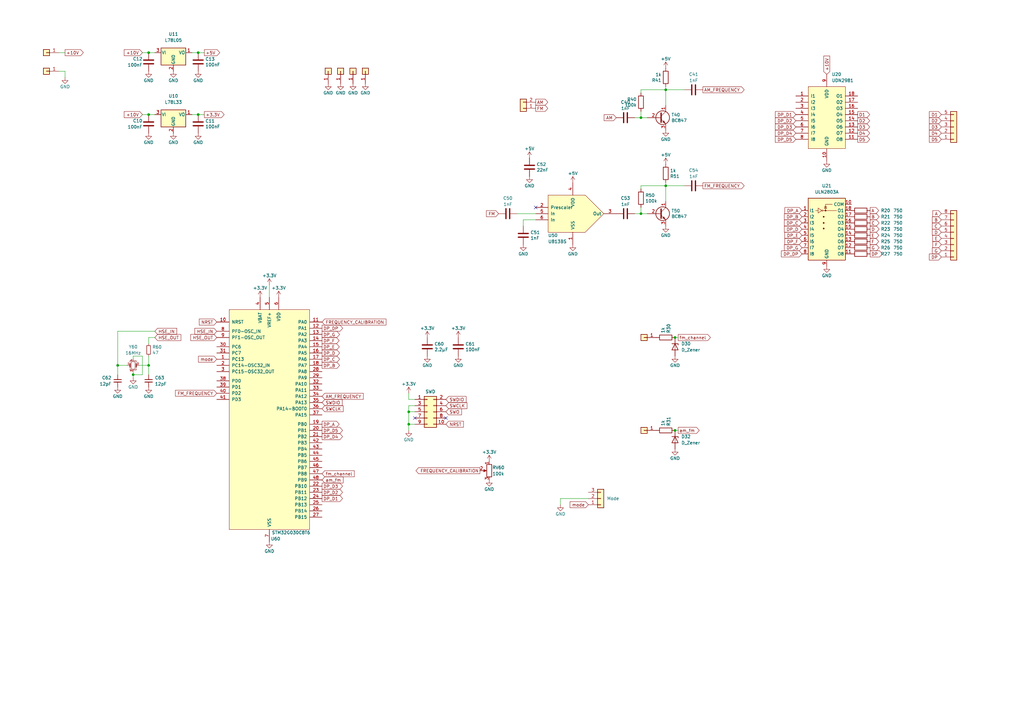
<source format=kicad_sch>
(kicad_sch (version 20211123) (generator eeschema)
  (paper "A3")
  (lib_symbols
    (symbol "Connector_Generic:Conn_01x01" (pin_names (offset 1.016) hide)
      (property "Reference" "J" (at 0 2.54 0))
      (property "Value" "Conn_01x01" (at 0 -2.54 0))
      (symbol "Conn_01x01_1_1"
        (pin passive line (at -5.08 0 0) (length 3.81) (name "Pin_1") (number "1"))
      )
    )
    (symbol "Connector_Generic:Conn_01x02" (pin_names (offset 1.016) hide)
      (property "Reference" "J" (at 0 2.54 0))
      (property "Value" "Conn_01x02" (at 0 -5.08 0))
      (symbol "Conn_01x02_1_1"
        (pin passive line (at -5.08 0 0) (length 3.81) (name "Pin_1") (number "1"))
        (pin passive line (at -5.08 -2.54 0) (length 3.81) (name "Pin_2") (number "2"))
      )
    )
    (symbol "Connector_Generic:Conn_01x03" (pin_names (offset 1.016) hide)
      (property "Reference" "J" (at 0 5.08 0))
      (property "Value" "Conn_01x03" (at 0 -5.08 0))
      (symbol "Conn_01x03_1_1"
        (pin passive line (at -5.08 2.54 0) (length 3.81) (name "Pin_1") (number "1"))
        (pin passive line (at -5.08 0 0) (length 3.81) (name "Pin_2") (number "2"))
        (pin passive line (at -5.08 -2.54 0) (length 3.81) (name "Pin_3") (number "3"))
      )
    )
    (symbol "Connector_Generic:Conn_01x05" (pin_names (offset 1.016) hide)
      (property "Reference" "J" (at 0 7.62 0))
      (property "Value" "Conn_01x05" (at 0 -7.62 0))
      (symbol "Conn_01x05_1_1"
        (pin passive line (at -5.08 5.08 0) (length 3.81) (name "Pin_1") (number "1"))
        (pin passive line (at -5.08 2.54 0) (length 3.81) (name "Pin_2") (number "2"))
        (pin passive line (at -5.08 0 0) (length 3.81) (name "Pin_3") (number "3"))
        (pin passive line (at -5.08 -2.54 0) (length 3.81) (name "Pin_4") (number "4"))
        (pin passive line (at -5.08 -5.08 0) (length 3.81) (name "Pin_5") (number "5"))
      )
    )
    (symbol "Connector_Generic:Conn_01x08" (pin_names (offset 1.016) hide)
      (property "Reference" "J" (at 0 10.16 0))
      (property "Value" "Conn_01x08" (at 0 -12.7 0))
      (symbol "Conn_01x08_1_1"
        (pin passive line (at -5.08 7.62 0) (length 3.81) (name "Pin_1") (number "1"))
        (pin passive line (at -5.08 5.08 0) (length 3.81) (name "Pin_2") (number "2"))
        (pin passive line (at -5.08 2.54 0) (length 3.81) (name "Pin_3") (number "3"))
        (pin passive line (at -5.08 0 0) (length 3.81) (name "Pin_4") (number "4"))
        (pin passive line (at -5.08 -2.54 0) (length 3.81) (name "Pin_5") (number "5"))
        (pin passive line (at -5.08 -5.08 0) (length 3.81) (name "Pin_6") (number "6"))
        (pin passive line (at -5.08 -7.62 0) (length 3.81) (name "Pin_7") (number "7"))
        (pin passive line (at -5.08 -10.16 0) (length 3.81) (name "Pin_8") (number "8"))
      )
    )
    (symbol "Connector_Generic:Conn_02x05_Odd_Even" (pin_names (offset 1.016) hide)
      (property "Reference" "J" (at 1.27 7.62 0))
      (property "Value" "Conn_02x05_Odd_Even" (at 1.27 -7.62 0))
      (symbol "Conn_02x05_Odd_Even_1_1"
        (pin passive line (at -5.08 5.08 0) (length 3.81) (name "Pin_1") (number "1"))
        (pin passive line (at 7.62 -5.08 180) (length 3.81) (name "Pin_10") (number "10"))
        (pin passive line (at 7.62 5.08 180) (length 3.81) (name "Pin_2") (number "2"))
        (pin passive line (at -5.08 2.54 0) (length 3.81) (name "Pin_3") (number "3"))
        (pin passive line (at 7.62 2.54 180) (length 3.81) (name "Pin_4") (number "4"))
        (pin passive line (at -5.08 0 0) (length 3.81) (name "Pin_5") (number "5"))
        (pin passive line (at 7.62 0 180) (length 3.81) (name "Pin_6") (number "6"))
        (pin passive line (at -5.08 -2.54 0) (length 3.81) (name "Pin_7") (number "7"))
        (pin passive line (at 7.62 -2.54 180) (length 3.81) (name "Pin_8") (number "8"))
        (pin passive line (at -5.08 -5.08 0) (length 3.81) (name "Pin_9") (number "9"))
      )
    )
    (symbol "Device:C" (pin_numbers hide) (pin_names (offset 0.254))
      (property "Reference" "C" (at 0.635 2.54 0))
      (property "Value" "C" (at 0.635 -2.54 0))
      (symbol "C_1_1"
        (pin passive line (at 0 3.81 270) (length 2.794) (name "~") (number "1"))
        (pin passive line (at 0 -3.81 90) (length 2.794) (name "~") (number "2"))
      )
    )
    (symbol "Device:C_Small" (pin_numbers hide) (pin_names (offset 0.254) hide)
      (property "Reference" "C" (at 0.254 1.778 0))
      (property "Value" "C_Small" (at 0.254 -2.032 0))
      (symbol "C_Small_1_1"
        (pin passive line (at 0 2.54 270) (length 2.032) (name "~") (number "1"))
        (pin passive line (at 0 -2.54 90) (length 2.032) (name "~") (number "2"))
      )
    )
    (symbol "Device:Crystal_GND24_Small" (pin_names (offset 1.016) hide)
      (property "Reference" "Y" (at 1.27 4.445 0))
      (property "Value" "Crystal_GND24_Small" (at 1.27 2.54 0))
      (symbol "Crystal_GND24_Small_1_1"
        (pin passive line (at -2.54 0 0) (length 1.27) (name "1") (number "1"))
        (pin passive line (at 0 -2.54 90) (length 0.635) (name "2") (number "2"))
        (pin passive line (at 2.54 0 180) (length 1.27) (name "3") (number "3"))
        (pin passive line (at 0 2.54 270) (length 0.635) (name "4") (number "4"))
      )
    )
    (symbol "Device:D_Zener" (pin_numbers hide) (pin_names (offset 1.016) hide)
      (property "Reference" "D" (at 0 2.54 0))
      (property "Value" "D_Zener" (at 0 -2.54 0))
      (symbol "D_Zener_1_1"
        (pin passive line (at -3.81 0 0) (length 2.54) (name "K") (number "1"))
        (pin passive line (at 3.81 0 180) (length 2.54) (name "A") (number "2"))
      )
    )
    (symbol "Device:R" (pin_numbers hide) (pin_names (offset 0))
      (property "Reference" "R" (at 2.032 0 90))
      (property "Value" "R" (at 0 0 90))
      (symbol "R_1_1"
        (pin passive line (at 0 3.81 270) (length 1.27) (name "~") (number "1"))
        (pin passive line (at 0 -3.81 90) (length 1.27) (name "~") (number "2"))
      )
    )
    (symbol "Device:R_Potentiometer" (pin_names (offset 1.016) hide)
      (property "Reference" "RV" (at -4.445 0 90))
      (property "Value" "R_Potentiometer" (at -2.54 0 90))
      (symbol "R_Potentiometer_1_1"
        (pin passive line (at 0 3.81 270) (length 1.27) (name "1") (number "1"))
        (pin passive line (at 3.81 0 180) (length 1.27) (name "2") (number "2"))
        (pin passive line (at 0 -3.81 90) (length 1.27) (name "3") (number "3"))
      )
    )
    (symbol "Device:R_Small" (pin_numbers hide) (pin_names (offset 0.254) hide)
      (property "Reference" "R" (at 0.762 0.508 0))
      (property "Value" "R_Small" (at 0.762 -1.016 0))
      (symbol "R_Small_1_1"
        (pin passive line (at 0 2.54 270) (length 0.762) (name "~") (number "1"))
        (pin passive line (at 0 -2.54 90) (length 0.762) (name "~") (number "2"))
      )
    )
    (symbol "Regulator_Linear:L78L05_TO92" (pin_names (offset 0.254))
      (property "Reference" "U" (at -3.81 3.175 0))
      (property "Value" "L78L05_TO92" (at 0 3.175 0))
      (symbol "L78L05_TO92_1_1"
        (pin power_out line (at 7.62 0 180) (length 2.54) (name "VO") (number "1"))
        (pin power_in line (at 0 -7.62 90) (length 2.54) (name "GND") (number "2"))
        (pin power_in line (at -7.62 0 0) (length 2.54) (name "VI") (number "3"))
      )
    )
    (symbol "Regulator_Linear:L78L33_TO92" (pin_names (offset 0.254))
      (property "Reference" "U" (at -3.81 3.175 0))
      (property "Value" "L78L33_TO92" (at 0 3.175 0))
      (symbol "L78L33_TO92_1_1"
        (pin power_out line (at 7.62 0 180) (length 2.54) (name "VO") (number "1"))
        (pin power_in line (at 0 -7.62 90) (length 2.54) (name "GND") (number "2"))
        (pin power_in line (at -7.62 0 0) (length 2.54) (name "VI") (number "3"))
      )
    )
    (symbol "Transistor_Array:ULN2803A"
      (property "Reference" "U" (at 0 13.335 0))
      (property "Value" "ULN2803A" (at 0 11.43 0))
      (symbol "ULN2803A_1_1"
        (pin input line (at -10.16 5.08 0) (length 2.54) (name "I1") (number "1"))
        (pin passive line (at 10.16 7.62 180) (length 2.54) (name "COM") (number "10"))
        (pin open_collector line (at 10.16 -12.7 180) (length 2.54) (name "O8") (number "11"))
        (pin open_collector line (at 10.16 -10.16 180) (length 2.54) (name "O7") (number "12"))
        (pin open_collector line (at 10.16 -7.62 180) (length 2.54) (name "O6") (number "13"))
        (pin open_collector line (at 10.16 -5.08 180) (length 2.54) (name "O5") (number "14"))
        (pin open_collector line (at 10.16 -2.54 180) (length 2.54) (name "O4") (number "15"))
        (pin open_collector line (at 10.16 0 180) (length 2.54) (name "O3") (number "16"))
        (pin open_collector line (at 10.16 2.54 180) (length 2.54) (name "O2") (number "17"))
        (pin open_collector line (at 10.16 5.08 180) (length 2.54) (name "O1") (number "18"))
        (pin input line (at -10.16 2.54 0) (length 2.54) (name "I2") (number "2"))
        (pin input line (at -10.16 0 0) (length 2.54) (name "I3") (number "3"))
        (pin input line (at -10.16 -2.54 0) (length 2.54) (name "I4") (number "4"))
        (pin input line (at -10.16 -5.08 0) (length 2.54) (name "I5") (number "5"))
        (pin input line (at -10.16 -7.62 0) (length 2.54) (name "I6") (number "6"))
        (pin input line (at -10.16 -10.16 0) (length 2.54) (name "I7") (number "7"))
        (pin input line (at -10.16 -12.7 0) (length 2.54) (name "I8") (number "8"))
        (pin power_in line (at 0 -17.78 90) (length 2.54) (name "GND") (number "9"))
      )
    )
    (symbol "Transistor_BJT:BC547" (pin_names (offset 0) hide)
      (property "Reference" "Q" (at 5.08 1.905 0))
      (property "Value" "BC547" (at 5.08 0 0))
      (symbol "BC547_1_1"
        (pin passive line (at 2.54 5.08 270) (length 2.54) (name "C") (number "1"))
        (pin input line (at -5.08 0 0) (length 5.08) (name "B") (number "2"))
        (pin passive line (at 2.54 -5.08 90) (length 2.54) (name "E") (number "3"))
      )
    )
    (symbol "Zaehler-Modul:STM32G030C8T6" (pin_names (offset 1.016))
      (property "Reference" "U" (at 52.07 -100.33 0))
      (property "Value" "STM32G030C8T6" (at 8.89 -92.71 0))
      (symbol "STM32G030C8T6_1_1"
        (pin input line (at -21.59 -20.32 0) (length 5.08) (name "PC13") (number "1"))
        (pin input line (at -21.59 -5.08 0) (length 5.08) (name "NRST") (number "10"))
        (pin input line (at 21.59 -5.08 180) (length 5.08) (name "PA0") (number "11"))
        (pin input line (at 21.59 -7.62 180) (length 5.08) (name "PA1") (number "12"))
        (pin input line (at 21.59 -10.16 180) (length 5.08) (name "PA2") (number "13"))
        (pin input line (at 21.59 -12.7 180) (length 5.08) (name "PA3") (number "14"))
        (pin input line (at 21.59 -15.24 180) (length 5.08) (name "PA4") (number "15"))
        (pin input line (at 21.59 -17.78 180) (length 5.08) (name "PA5") (number "16"))
        (pin input line (at 21.59 -20.32 180) (length 5.08) (name "PA6") (number "17"))
        (pin input line (at 21.59 -22.86 180) (length 5.08) (name "PA7") (number "18"))
        (pin input line (at 21.59 -46.99 180) (length 5.08) (name "PB0") (number "19"))
        (pin input line (at -21.59 -22.86 0) (length 5.08) (name "PC14-OSC32_IN") (number "2"))
        (pin input line (at 21.59 -49.53 180) (length 5.08) (name "PB1") (number "20"))
        (pin input line (at 21.59 -52.07 180) (length 5.08) (name "PB2") (number "21"))
        (pin input line (at 21.59 -72.39 180) (length 5.08) (name "PB10") (number "22"))
        (pin input line (at 21.59 -74.93 180) (length 5.08) (name "PB11") (number "23"))
        (pin input line (at 21.59 -77.47 180) (length 5.08) (name "PB12") (number "24"))
        (pin input line (at 21.59 -80.01 180) (length 5.08) (name "PB13") (number "25"))
        (pin input line (at 21.59 -82.55 180) (length 5.08) (name "PB14") (number "26"))
        (pin input line (at 21.59 -85.09 180) (length 5.08) (name "PB15") (number "27"))
        (pin input line (at 21.59 -25.4 180) (length 5.08) (name "PA8") (number "28"))
        (pin input line (at 21.59 -27.94 180) (length 5.08) (name "PA9") (number "29"))
        (pin input line (at -21.59 -25.4 0) (length 5.08) (name "PC15-OSC32_OUT") (number "3"))
        (pin input line (at -21.59 -15.24 0) (length 5.08) (name "PC6") (number "30"))
        (pin input line (at -21.59 -17.78 0) (length 5.08) (name "PC7") (number "31"))
        (pin input line (at 21.59 -30.48 180) (length 5.08) (name "PA10") (number "32"))
        (pin input line (at 21.59 -33.02 180) (length 5.08) (name "PA11") (number "33"))
        (pin input line (at 21.59 -35.56 180) (length 5.08) (name "PA12") (number "34"))
        (pin input line (at 21.59 -38.1 180) (length 5.08) (name "PA13") (number "35"))
        (pin input line (at 21.59 -40.64 180) (length 5.08) (name "PA14-BOOT0") (number "36"))
        (pin input line (at 21.59 -43.18 180) (length 5.08) (name "PA15") (number "37"))
        (pin input line (at -21.59 -29.21 0) (length 5.08) (name "PD0") (number "38"))
        (pin input line (at -21.59 -31.75 0) (length 5.08) (name "PD1") (number "39"))
        (pin input line (at -3.81 5.08 270) (length 5.08) (name "VBAT") (number "4"))
        (pin input line (at -21.59 -34.29 0) (length 5.08) (name "PD2") (number "40"))
        (pin input line (at -21.59 -36.83 0) (length 5.08) (name "PD3") (number "41"))
        (pin input line (at 21.59 -54.61 180) (length 5.08) (name "PB3") (number "42"))
        (pin input line (at 21.59 -57.15 180) (length 5.08) (name "PB4") (number "43"))
        (pin input line (at 21.59 -59.69 180) (length 5.08) (name "PB5") (number "44"))
        (pin input line (at 21.59 -62.23 180) (length 5.08) (name "PB6") (number "45"))
        (pin input line (at 21.59 -64.77 180) (length 5.08) (name "PB7") (number "46"))
        (pin input line (at 21.59 -67.31 180) (length 5.08) (name "PB8") (number "47"))
        (pin input line (at 21.59 -69.85 180) (length 5.08) (name "PB9") (number "48"))
        (pin input line (at 0 5.08 270) (length 5.08) (name "VREF+") (number "5"))
        (pin input line (at 3.81 5.08 270) (length 5.08) (name "VDD") (number "6"))
        (pin input line (at 0 -95.25 90) (length 5.08) (name "VSS") (number "7"))
        (pin input line (at -21.59 -8.89 0) (length 5.08) (name "PF0-OSC_IN") (number "8"))
        (pin input line (at -21.59 -11.43 0) (length 5.08) (name "PF1-OSC_OUT") (number "9"))
      )
    )
    (symbol "Zaehler-Modul:U813BS" (pin_names (offset 1.016))
      (property "Reference" "U" (at -6.35 12.7 0))
      (property "Value" "U813BS" (at -6.35 10.16 0))
      (symbol "U813BS_1_1"
        (pin power_in line (at 0 -12.7 90) (length 5.08) (name "VSS") (number "1"))
        (pin input line (at -15.24 2.54 0) (length 5.08) (name "Prescaler") (number "2"))
        (pin output line (at 17.78 0 180) (length 5.08) (name "Out") (number "3"))
        (pin power_in line (at 0 12.7 270) (length 5.08) (name "VDD") (number "4"))
        (pin input line (at -15.24 0 0) (length 5.08) (name "In") (number "5"))
        (pin input line (at -15.24 -2.54 0) (length 5.08) (name "In") (number "6"))
      )
    )
    (symbol "Zaehler-Modul:UDN2981" (pin_names (offset 1.016))
      (property "Reference" "U" (at 5.08 -3.81 0))
      (property "Value" "UDN2981" (at 5.08 -1.27 0))
      (symbol "UDN2981_1_1"
        (pin input line (at -12.7 21.59 0) (length 5.08) (name "I1") (number "1"))
        (pin input line (at 0 -5.08 90) (length 5.08) (name "GND") (number "10"))
        (pin output line (at 12.7 3.81 180) (length 5.08) (name "O8") (number "11"))
        (pin output line (at 12.7 6.35 180) (length 5.08) (name "O7") (number "12"))
        (pin output line (at 12.7 8.89 180) (length 5.08) (name "O6") (number "13"))
        (pin output line (at 12.7 11.43 180) (length 5.08) (name "O5") (number "14"))
        (pin output line (at 12.7 13.97 180) (length 5.08) (name "O4") (number "15"))
        (pin output line (at 12.7 16.51 180) (length 5.08) (name "O3") (number "16"))
        (pin output line (at 12.7 19.05 180) (length 5.08) (name "O2") (number "17"))
        (pin output line (at 12.7 21.59 180) (length 5.08) (name "O1") (number "18"))
        (pin input line (at -12.7 19.05 0) (length 5.08) (name "I2") (number "2"))
        (pin input line (at -12.7 16.51 0) (length 5.08) (name "I3") (number "3"))
        (pin input line (at -12.7 13.97 0) (length 5.08) (name "I4") (number "4"))
        (pin input line (at -12.7 11.43 0) (length 5.08) (name "I5") (number "5"))
        (pin input line (at -12.7 8.89 0) (length 5.08) (name "I6") (number "6"))
        (pin input line (at -12.7 6.35 0) (length 5.08) (name "I7") (number "7"))
        (pin input line (at -12.7 3.81 0) (length 5.08) (name "I8") (number "8"))
        (pin input line (at 0 30.48 270) (length 5.08) (name "VDD") (number "9"))
      )
    )
    (symbol "power:+3.3V" (power) (pin_names (offset 0))
      (property "Value" "+3.3V" (at 0 3.556 0))
      (symbol "+3.3V_1_1"
        (pin power_in line (at 0 0 90) (length 0) hide (name "+3.3V") (number "1"))
      )
    )
    (symbol "power:+5V" (power) (pin_names (offset 0))
      (property "Value" "+5V" (at 0 3.556 0))
      (symbol "+5V_1_1"
        (pin power_in line (at 0 0 90) (length 0) hide (name "+5V") (number "1"))
      )
    )
    (symbol "power:GND" (power) (pin_names (offset 0))
      (property "Value" "GND" (at 0 -3.81 0))
      (symbol "GND_1_1"
        (pin power_in line (at 0 0 270) (length 0) hide (name "GND") (number "1"))
      )
    )
  )
  (junction (at 167.64 173.99))
  (junction (at 81.28 21.59))
  (junction (at 60.96 46.99))
  (junction (at 276.86 176.53))
  (junction (at 81.28 46.99))
  (junction (at 60.96 149.86))
  (junction (at 60.96 21.59))
  (junction (at 54.61 153.67))
  (junction (at 276.86 138.43))
  (junction (at 262.89 87.63))
  (junction (at 262.89 48.26))
  (junction (at 273.05 76.2))
  (junction (at 167.64 168.91))
  (junction (at 273.05 36.83))
  (junction (at 48.26 149.86))
  (no_connect (at 182.88 171.45))
  (no_connect (at 170.18 171.45))
  (no_connect (at 219.71 85.09))
  (wire (pts (xy 81.28 46.99) (xy 83.82 46.99)))
  (wire (pts (xy 58.42 46.99) (xy 60.96 46.99)))
  (wire (pts (xy 273.05 76.2) (xy 262.89 76.2)))
  (wire (pts (xy 212.09 87.63) (xy 219.71 87.63)))
  (wire (pts (xy 48.26 135.89) (xy 48.26 149.86)))
  (wire (pts (xy 170.18 166.37) (xy 167.64 166.37)))
  (wire (pts (xy 54.61 146.05) (xy 58.42 146.05)))
  (wire (pts (xy 78.74 21.59) (xy 81.28 21.59)))
  (wire (pts (xy 60.96 153.67) (xy 60.96 149.86)))
  (wire (pts (xy 214.63 90.17) (xy 214.63 92.71)))
  (wire (pts (xy 262.89 85.09) (xy 262.89 87.63)))
  (wire (pts (xy 60.96 138.43) (xy 60.96 140.97)))
  (wire (pts (xy 24.13 21.59) (xy 26.67 21.59)))
  (wire (pts (xy 273.05 76.2) (xy 273.05 82.55)))
  (wire (pts (xy 24.13 29.21) (xy 26.67 29.21)))
  (wire (pts (xy 52.07 149.86) (xy 48.26 149.86)))
  (wire (pts (xy 26.67 29.21) (xy 26.67 31.75)))
  (wire (pts (xy 167.64 176.53) (xy 167.64 173.99)))
  (wire (pts (xy 48.26 149.86) (xy 48.26 153.67)))
  (wire (pts (xy 58.42 153.67) (xy 54.61 153.67)))
  (wire (pts (xy 78.74 46.99) (xy 81.28 46.99)))
  (wire (pts (xy 63.5 135.89) (xy 48.26 135.89)))
  (wire (pts (xy 265.43 87.63) (xy 262.89 87.63)))
  (wire (pts (xy 167.64 163.83) (xy 170.18 163.83)))
  (wire (pts (xy 219.71 90.17) (xy 214.63 90.17)))
  (wire (pts (xy 262.89 45.72) (xy 262.89 48.26)))
  (wire (pts (xy 167.64 173.99) (xy 170.18 173.99)))
  (wire (pts (xy 60.96 21.59) (xy 63.5 21.59)))
  (wire (pts (xy 54.61 147.32) (xy 54.61 146.05)))
  (wire (pts (xy 110.49 116.84) (xy 110.49 121.92)))
  (wire (pts (xy 276.86 138.43) (xy 278.13 138.43)))
  (wire (pts (xy 57.15 149.86) (xy 60.96 149.86)))
  (wire (pts (xy 167.64 168.91) (xy 167.64 173.99)))
  (wire (pts (xy 58.42 21.59) (xy 60.96 21.59)))
  (wire (pts (xy 280.67 36.83) (xy 273.05 36.83)))
  (wire (pts (xy 54.61 153.67) (xy 54.61 152.4)))
  (wire (pts (xy 273.05 36.83) (xy 273.05 43.18)))
  (wire (pts (xy 167.64 166.37) (xy 167.64 168.91)))
  (wire (pts (xy 262.89 87.63) (xy 260.35 87.63)))
  (wire (pts (xy 60.96 149.86) (xy 60.96 146.05)))
  (wire (pts (xy 276.86 176.53) (xy 278.13 176.53)))
  (wire (pts (xy 280.67 76.2) (xy 273.05 76.2)))
  (wire (pts (xy 229.87 204.47) (xy 241.3 204.47)))
  (wire (pts (xy 81.28 21.59) (xy 83.82 21.59)))
  (wire (pts (xy 273.05 36.83) (xy 262.89 36.83)))
  (wire (pts (xy 262.89 76.2) (xy 262.89 77.47)))
  (wire (pts (xy 63.5 138.43) (xy 60.96 138.43)))
  (wire (pts (xy 60.96 46.99) (xy 63.5 46.99)))
  (wire (pts (xy 262.89 36.83) (xy 262.89 38.1)))
  (wire (pts (xy 170.18 168.91) (xy 167.64 168.91)))
  (wire (pts (xy 273.05 35.56) (xy 273.05 36.83)))
  (wire (pts (xy 273.05 74.93) (xy 273.05 76.2)))
  (wire (pts (xy 262.89 48.26) (xy 260.35 48.26)))
  (wire (pts (xy 58.42 146.05) (xy 58.42 153.67)))
  (wire (pts (xy 229.87 204.47) (xy 229.87 207.01)))
  (wire (pts (xy 167.64 161.29) (xy 167.64 163.83)))
  (wire (pts (xy 265.43 48.26) (xy 262.89 48.26)))
  (wire (pts (xy 54.61 153.67) (xy 54.61 154.94)))
  (global_label "HSE_IN" (shape input) (at 63.5 135.89 0) (property "Intersheet References" "${INTERSHEET_REFS}" (effects hide)))
  (global_label "DP_G" (shape input) (at 328.93 101.6 180) (property "Intersheet References" "${INTERSHEET_REFS}" (effects hide)))
  (global_label "DP_D4" (shape output) (at 132.08 179.07 0) (property "Intersheet References" "${INTERSHEET_REFS}" (effects hide)))
  (global_label "SWCLK" (shape input) (at 182.88 166.37 0) (property "Intersheet References" "${INTERSHEET_REFS}" (effects hide)))
  (global_label "B" (shape output) (at 356.87 88.9 0) (property "Intersheet References" "${INTERSHEET_REFS}" (effects hide)))
  (global_label "DP_E" (shape input) (at 328.93 96.52 180) (property "Intersheet References" "${INTERSHEET_REFS}" (effects hide)))
  (global_label "+5V" (shape output) (at 83.82 21.59 0) (property "Intersheet References" "${INTERSHEET_REFS}" (effects hide)))
  (global_label "+10V" (shape input) (at 58.42 46.99 180) (property "Intersheet References" "${INTERSHEET_REFS}" (effects hide)))
  (global_label "FM_FREQUENCY" (shape input) (at 88.9 161.29 180) (property "Intersheet References" "${INTERSHEET_REFS}" (effects hide)))
  (global_label "+3.3V" (shape output) (at 83.82 46.99 0) (property "Intersheet References" "${INTERSHEET_REFS}" (effects hide)))
  (global_label "DP_D" (shape output) (at 132.08 144.78 0) (property "Intersheet References" "${INTERSHEET_REFS}" (effects hide)))
  (global_label "FM_FREQUENCY" (shape output) (at 288.29 76.2 0) (property "Intersheet References" "${INTERSHEET_REFS}" (effects hide)))
  (global_label "A" (shape output) (at 356.87 86.36 0) (property "Intersheet References" "${INTERSHEET_REFS}" (effects hide)))
  (global_label "AM_FREQUENCY" (shape input) (at 132.08 162.56 0) (property "Intersheet References" "${INTERSHEET_REFS}" (effects hide)))
  (global_label "DP_F" (shape output) (at 132.08 139.7 0) (property "Intersheet References" "${INTERSHEET_REFS}" (effects hide)))
  (global_label "+10V" (shape output) (at 26.67 21.59 0) (property "Intersheet References" "${INTERSHEET_REFS}" (effects hide)))
  (global_label "F" (shape input) (at 386.08 100.33 180) (property "Intersheet References" "${INTERSHEET_REFS}" (effects hide)))
  (global_label "FREQUENCY_CALIBRATION" (shape output) (at 196.85 193.04 180) (property "Intersheet References" "${INTERSHEET_REFS}" (effects hide)))
  (global_label "fm_channel" (shape output) (at 278.13 138.43 0) (property "Intersheet References" "${INTERSHEET_REFS}" (effects hide)))
  (global_label "DP_C" (shape input) (at 328.93 91.44 180) (property "Intersheet References" "${INTERSHEET_REFS}" (effects hide)))
  (global_label "am_fm" (shape output) (at 278.13 176.53 0) (property "Intersheet References" "${INTERSHEET_REFS}" (effects hide)))
  (global_label "D4" (shape output) (at 351.79 54.61 0) (property "Intersheet References" "${INTERSHEET_REFS}" (effects hide)))
  (global_label "DP_B" (shape input) (at 328.93 88.9 180) (property "Intersheet References" "${INTERSHEET_REFS}" (effects hide)))
  (global_label "NRST" (shape input) (at 182.88 173.99 0) (property "Intersheet References" "${INTERSHEET_REFS}" (effects hide)))
  (global_label "DP_C" (shape output) (at 132.08 147.32 0) (property "Intersheet References" "${INTERSHEET_REFS}" (effects hide)))
  (global_label "FM" (shape output) (at 219.71 44.45 0) (property "Intersheet References" "${INTERSHEET_REFS}" (effects hide)))
  (global_label "DP_D1" (shape input) (at 326.39 46.99 180) (property "Intersheet References" "${INTERSHEET_REFS}" (effects hide)))
  (global_label "E" (shape input) (at 386.08 97.79 180) (property "Intersheet References" "${INTERSHEET_REFS}" (effects hide)))
  (global_label "F" (shape output) (at 356.87 99.06 0) (property "Intersheet References" "${INTERSHEET_REFS}" (effects hide)))
  (global_label "DP_D5" (shape input) (at 326.39 57.15 180) (property "Intersheet References" "${INTERSHEET_REFS}" (effects hide)))
  (global_label "D5" (shape output) (at 351.79 57.15 0) (property "Intersheet References" "${INTERSHEET_REFS}" (effects hide)))
  (global_label "DP_D1" (shape output) (at 132.08 204.47 0) (property "Intersheet References" "${INTERSHEET_REFS}" (effects hide)))
  (global_label "D" (shape input) (at 386.08 95.25 180) (property "Intersheet References" "${INTERSHEET_REFS}" (effects hide)))
  (global_label "DP_D4" (shape input) (at 326.39 54.61 180) (property "Intersheet References" "${INTERSHEET_REFS}" (effects hide)))
  (global_label "D2" (shape output) (at 351.79 49.53 0) (property "Intersheet References" "${INTERSHEET_REFS}" (effects hide)))
  (global_label "D1" (shape output) (at 351.79 46.99 0) (property "Intersheet References" "${INTERSHEET_REFS}" (effects hide)))
  (global_label "AM" (shape input) (at 252.73 48.26 180) (property "Intersheet References" "${INTERSHEET_REFS}" (effects hide)))
  (global_label "DP_G" (shape output) (at 132.08 137.16 0) (property "Intersheet References" "${INTERSHEET_REFS}" (effects hide)))
  (global_label "HSE_IN" (shape input) (at 88.9 135.89 180) (property "Intersheet References" "${INTERSHEET_REFS}" (effects hide)))
  (global_label "A" (shape input) (at 386.08 87.63 180) (property "Intersheet References" "${INTERSHEET_REFS}" (effects hide)))
  (global_label "FM" (shape input) (at 204.47 87.63 180) (property "Intersheet References" "${INTERSHEET_REFS}" (effects hide)))
  (global_label "DP_D2" (shape input) (at 326.39 49.53 180) (property "Intersheet References" "${INTERSHEET_REFS}" (effects hide)))
  (global_label "D3" (shape output) (at 351.79 52.07 0) (property "Intersheet References" "${INTERSHEET_REFS}" (effects hide)))
  (global_label "DP" (shape input) (at 386.08 105.41 180) (property "Intersheet References" "${INTERSHEET_REFS}" (effects hide)))
  (global_label "DP_D5" (shape output) (at 132.08 176.53 0) (property "Intersheet References" "${INTERSHEET_REFS}" (effects hide)))
  (global_label "HSE_OUT" (shape input) (at 88.9 138.43 180) (property "Intersheet References" "${INTERSHEET_REFS}" (effects hide)))
  (global_label "E" (shape output) (at 356.87 96.52 0) (property "Intersheet References" "${INTERSHEET_REFS}" (effects hide)))
  (global_label "DP" (shape output) (at 356.87 104.14 0) (property "Intersheet References" "${INTERSHEET_REFS}" (effects hide)))
  (global_label "G" (shape input) (at 386.08 102.87 180) (property "Intersheet References" "${INTERSHEET_REFS}" (effects hide)))
  (global_label "G" (shape output) (at 356.87 101.6 0) (property "Intersheet References" "${INTERSHEET_REFS}" (effects hide)))
  (global_label "DP_D" (shape input) (at 328.93 93.98 180) (property "Intersheet References" "${INTERSHEET_REFS}" (effects hide)))
  (global_label "DP_A" (shape output) (at 132.08 173.99 0) (property "Intersheet References" "${INTERSHEET_REFS}" (effects hide)))
  (global_label "mode" (shape input) (at 88.9 147.32 180) (property "Intersheet References" "${INTERSHEET_REFS}" (effects hide)))
  (global_label "AM" (shape output) (at 219.71 41.91 0) (property "Intersheet References" "${INTERSHEET_REFS}" (effects hide)))
  (global_label "D4" (shape input) (at 386.08 54.61 180) (property "Intersheet References" "${INTERSHEET_REFS}" (effects hide)))
  (global_label "DP_A" (shape input) (at 328.93 86.36 180) (property "Intersheet References" "${INTERSHEET_REFS}" (effects hide)))
  (global_label "C" (shape output) (at 356.87 91.44 0) (property "Intersheet References" "${INTERSHEET_REFS}" (effects hide)))
  (global_label "+10V" (shape input) (at 339.09 30.48 90) (property "Intersheet References" "${INTERSHEET_REFS}" (effects hide)))
  (global_label "DP_D3" (shape input) (at 326.39 52.07 180) (property "Intersheet References" "${INTERSHEET_REFS}" (effects hide)))
  (global_label "DP_D3" (shape output) (at 132.08 199.39 0) (property "Intersheet References" "${INTERSHEET_REFS}" (effects hide)))
  (global_label "SWDIO" (shape input) (at 132.08 165.1 0) (property "Intersheet References" "${INTERSHEET_REFS}" (effects hide)))
  (global_label "D" (shape output) (at 356.87 93.98 0) (property "Intersheet References" "${INTERSHEET_REFS}" (effects hide)))
  (global_label "D1" (shape input) (at 386.08 46.99 180) (property "Intersheet References" "${INTERSHEET_REFS}" (effects hide)))
  (global_label "DP_E" (shape output) (at 132.08 142.24 0) (property "Intersheet References" "${INTERSHEET_REFS}" (effects hide)))
  (global_label "NRST" (shape input) (at 88.9 132.08 180) (property "Intersheet References" "${INTERSHEET_REFS}" (effects hide)))
  (global_label "DP_D2" (shape output) (at 132.08 201.93 0) (property "Intersheet References" "${INTERSHEET_REFS}" (effects hide)))
  (global_label "FREQUENCY_CALIBRATION" (shape input) (at 132.08 132.08 0) (property "Intersheet References" "${INTERSHEET_REFS}" (effects hide)))
  (global_label "SWCLK" (shape input) (at 132.08 167.64 0) (property "Intersheet References" "${INTERSHEET_REFS}" (effects hide)))
  (global_label "D5" (shape input) (at 386.08 57.15 180) (property "Intersheet References" "${INTERSHEET_REFS}" (effects hide)))
  (global_label "HSE_OUT" (shape input) (at 63.5 138.43 0) (property "Intersheet References" "${INTERSHEET_REFS}" (effects hide)))
  (global_label "DP_B" (shape output) (at 132.08 149.86 0) (property "Intersheet References" "${INTERSHEET_REFS}" (effects hide)))
  (global_label "SWDIO" (shape input) (at 182.88 163.83 0) (property "Intersheet References" "${INTERSHEET_REFS}" (effects hide)))
  (global_label "DP_DP" (shape output) (at 132.08 134.62 0) (property "Intersheet References" "${INTERSHEET_REFS}" (effects hide)))
  (global_label "AM_FREQUENCY" (shape output) (at 288.29 36.83 0) (property "Intersheet References" "${INTERSHEET_REFS}" (effects hide)))
  (global_label "mode" (shape input) (at 241.3 207.01 180) (property "Intersheet References" "${INTERSHEET_REFS}" (effects hide)))
  (global_label "SWO" (shape input) (at 182.88 168.91 0) (property "Intersheet References" "${INTERSHEET_REFS}" (effects hide)))
  (global_label "D2" (shape input) (at 386.08 49.53 180) (property "Intersheet References" "${INTERSHEET_REFS}" (effects hide)))
  (global_label "DP_DP" (shape input) (at 328.93 104.14 180) (property "Intersheet References" "${INTERSHEET_REFS}" (effects hide)))
  (global_label "B" (shape input) (at 386.08 90.17 180) (property "Intersheet References" "${INTERSHEET_REFS}" (effects hide)))
  (global_label "D3" (shape input) (at 386.08 52.07 180) (property "Intersheet References" "${INTERSHEET_REFS}" (effects hide)))
  (global_label "fm_channel" (shape input) (at 132.08 194.31 0) (property "Intersheet References" "${INTERSHEET_REFS}" (effects hide)))
  (global_label "am_fm" (shape input) (at 132.08 196.85 0) (property "Intersheet References" "${INTERSHEET_REFS}" (effects hide)))
  (global_label "DP_F" (shape input) (at 328.93 99.06 180) (property "Intersheet References" "${INTERSHEET_REFS}" (effects hide)))
  (global_label "+10V" (shape input) (at 58.42 21.59 180) (property "Intersheet References" "${INTERSHEET_REFS}" (effects hide)))
  (global_label "C" (shape input) (at 386.08 92.71 180) (property "Intersheet References" "${INTERSHEET_REFS}" (effects hide)))
  (symbol (lib_id "Zaehler-Modul:U813BS") (at 234.95 87.63 0) (unit 1)
    (property "Reference" "U50" (at 224.79 96.52 0) (effects (justify left)))
    (property "Value" "U813BS" (at 224.79 99.06 0) (effects (justify left)))
    (property "Footprint" "Resistor_THT:R_Array_SIP6" (effects hide))
  )
  (symbol (lib_id "Zaehler-Modul:STM32G030C8T6") (at 110.49 127 0) (unit 1)
    (property "Reference" "U60" (at 113.03 220.98 0))
    (property "Value" "STM32G030C8T6" (at 119.38 218.44 0))
    (property "Footprint" "Package_QFP:LQFP-48_7x7mm_P0.5mm" (effects hide))
    (property "LCSC" "C529329" (effects hide))
  )
  (symbol (lib_id "power:GND") (at 234.95 100.33 0) (unit 1)
    (property "Reference" "#PWR0147" (effects hide))
    (property "Value" "GND" (at 234.95 104.14 0))
  )
  (symbol (lib_id "power:+5V") (at 234.95 74.93 0) (unit 1)
    (property "Reference" "#PWR0148" (effects hide))
    (property "Value" "+5V" (at 234.95 71.12 0))
  )
  (symbol (lib_id "Device:C") (at 208.28 87.63 270) (unit 1)
    (property "Reference" "C50" (at 208.28 81.28 90))
    (property "Value" "1nF" (at 208.28 83.82 90))
    (property "Footprint" "Capacitor_THT:C_Disc_D6.0mm_W2.5mm_P5.00mm" (effects hide))
    (property "LCSC" "C46653" (effects hide))
  )
  (symbol (lib_id "power:+3.3V") (at 106.68 121.92 0) (unit 1)
    (property "Reference" "#PWR0127" (effects hide))
    (property "Value" "+3.3V" (at 106.68 118.11 0))
  )
  (symbol (lib_id "power:+3.3V") (at 110.49 116.84 0) (unit 1)
    (property "Reference" "#PWR0128" (effects hide))
    (property "Value" "+3.3V" (at 110.49 113.03 0))
  )
  (symbol (lib_id "power:+3.3V") (at 114.3 121.92 0) (unit 1)
    (property "Reference" "#PWR0129" (effects hide))
    (property "Value" "+3.3V" (at 114.3 118.11 0))
  )
  (symbol (lib_id "Device:C") (at 214.63 96.52 0) (unit 1)
    (property "Reference" "C51" (at 217.551 95.3516 0) (effects (justify left)))
    (property "Value" "1nF" (at 217.551 97.663 0) (effects (justify left)))
    (property "Footprint" "Capacitor_THT:C_Disc_D6.0mm_W2.5mm_P5.00mm" (effects hide))
    (property "LCSC" "C46653" (effects hide))
  )
  (symbol (lib_id "power:GND") (at 110.49 222.25 0) (unit 1)
    (property "Reference" "#PWR0130" (effects hide))
    (property "Value" "GND" (at 110.49 226.06 0))
  )
  (symbol (lib_id "power:GND") (at 214.63 100.33 0) (unit 1)
    (property "Reference" "#PWR0149" (effects hide))
    (property "Value" "GND" (at 214.63 104.14 0))
  )
  (symbol (lib_id "Device:Crystal_GND24_Small") (at 54.61 149.86 0) (unit 1)
    (property "Reference" "Y60" (at 54.61 142.24 0))
    (property "Value" "16MHz" (at 54.61 144.78 0))
    (property "Footprint" "Crystal:Crystal_SMD_3225-4Pin_3.2x2.5mm" (effects hide))
    (property "LCSC" "C13738" (effects hide))
  )
  (symbol (lib_id "Device:C") (at 217.17 68.58 0) (unit 1)
    (property "Reference" "C52" (at 220.091 67.4116 0) (effects (justify left)))
    (property "Value" "22nF" (at 220.091 69.723 0) (effects (justify left)))
    (property "Footprint" "Capacitor_THT:C_Disc_D6.0mm_W2.5mm_P5.00mm" (effects hide))
    (property "LCSC" "C1729" (effects hide))
  )
  (symbol (lib_id "power:GND") (at 217.17 72.39 0) (unit 1)
    (property "Reference" "#PWR0150" (effects hide))
    (property "Value" "GND" (at 217.17 76.2 0))
  )
  (symbol (lib_id "power:+5V") (at 217.17 64.77 0) (unit 1)
    (property "Reference" "#PWR0151" (effects hide))
    (property "Value" "+5V" (at 217.17 60.96 0))
  )
  (symbol (lib_id "Device:C_Small") (at 48.26 156.21 0) (unit 1)
    (property "Reference" "C62" (at 45.72 154.94 0) (effects (justify right)))
    (property "Value" "12pF" (at 45.72 157.48 0) (effects (justify right)))
    (property "Footprint" "Capacitor_SMD:C_0805_2012Metric" (effects hide))
    (property "LCSC" "C1804" (effects hide))
  )
  (symbol (lib_id "Device:C_Small") (at 60.96 156.21 0) (unit 1)
    (property "Reference" "C63" (at 63.5 154.94 0) (effects (justify left)))
    (property "Value" "12pF" (at 63.5 157.48 0) (effects (justify left)))
    (property "Footprint" "Capacitor_SMD:C_0805_2012Metric" (effects hide))
    (property "LCSC" "C1804" (effects hide))
  )
  (symbol (lib_id "Device:R_Small") (at 60.96 143.51 0) (unit 1)
    (property "Reference" "R60" (at 62.4586 142.3416 0) (effects (justify left)))
    (property "Value" "47" (at 62.4586 144.653 0) (effects (justify left)))
    (property "Footprint" "Resistor_SMD:R_0603_1608Metric" (effects hide))
    (property "LCSC" "C23182" (effects hide))
  )
  (symbol (lib_id "Device:R") (at 273.05 176.53 270) (mirror x) (unit 1)
    (property "Reference" "R31" (at 274.2184 174.752 0) (effects (justify left)))
    (property "Value" "1k" (at 271.907 174.752 0) (effects (justify left)))
    (property "Footprint" "Resistor_THT:R_Axial_DIN0207_L6.3mm_D2.5mm_P5.08mm_Vertical" (effects hide))
    (property "LCSC" "C149504" (effects hide))
  )
  (symbol (lib_id "power:GND") (at 54.61 154.94 0) (unit 1)
    (property "Reference" "#PWR0131" (effects hide))
    (property "Value" "GND" (at 54.61 158.75 0))
  )
  (symbol (lib_id "power:GND") (at 48.26 158.75 0) (unit 1)
    (property "Reference" "#PWR0132" (effects hide))
    (property "Value" "GND" (at 48.26 162.56 0))
  )
  (symbol (lib_id "power:GND") (at 60.96 158.75 0) (unit 1)
    (property "Reference" "#PWR0133" (effects hide))
    (property "Value" "GND" (at 60.96 162.56 0))
  )
  (symbol (lib_id "Connector_Generic:Conn_02x05_Odd_Even") (at 175.26 168.91 0) (unit 1)
    (property "Reference" "J5" (effects hide))
    (property "Value" "SWD" (at 176.53 160.6296 0))
    (property "Footprint" "Connector_PinHeader_2.54mm:PinHeader_2x05_P2.54mm_Vertical" (effects hide))
  )
  (symbol (lib_id "power:+3.3V") (at 167.64 161.29 0) (unit 1)
    (property "Reference" "#PWR0134" (effects hide))
    (property "Value" "+3.3V" (at 167.64 157.48 0))
  )
  (symbol (lib_id "power:GND") (at 167.64 176.53 0) (unit 1)
    (property "Reference" "#PWR0135" (effects hide))
    (property "Value" "GND" (at 167.64 180.34 0))
  )
  (symbol (lib_id "Device:R_Potentiometer") (at 200.66 193.04 0) (mirror y) (unit 1)
    (property "Reference" "RV60" (at 201.93 191.77 0) (effects (justify right)))
    (property "Value" "100k" (at 201.93 194.31 0) (effects (justify right)))
    (property "Footprint" "Potentiometer_THT:Potentiometer_Piher_PT-10-H01_Horizontal" (effects hide))
  )
  (symbol (lib_id "Device:C") (at 187.96 142.24 0) (unit 1)
    (property "Reference" "C61" (at 190.881 141.0716 0) (effects (justify left)))
    (property "Value" "100nF" (at 190.881 143.383 0) (effects (justify left)))
    (property "Footprint" "Capacitor_SMD:C_0805_2012Metric" (effects hide))
    (property "LCSC" "C49678" (effects hide))
  )
  (symbol (lib_id "Device:C") (at 175.26 142.24 0) (unit 1)
    (property "Reference" "C60" (at 178.181 141.0716 0) (effects (justify left)))
    (property "Value" "2.2µF" (at 178.181 143.383 0) (effects (justify left)))
    (property "Footprint" "Capacitor_SMD:C_0805_2012Metric" (effects hide))
    (property "LCSC" "C49217" (effects hide))
  )
  (symbol (lib_id "power:+3.3V") (at 200.66 189.23 0) (unit 1)
    (property "Reference" "#PWR0136" (effects hide))
    (property "Value" "+3.3V" (at 200.66 185.42 0))
  )
  (symbol (lib_id "power:GND") (at 200.66 196.85 0) (unit 1)
    (property "Reference" "#PWR0137" (effects hide))
    (property "Value" "GND" (at 200.66 200.66 0))
  )
  (symbol (lib_id "power:+3.3V") (at 187.96 138.43 0) (unit 1)
    (property "Reference" "#PWR0139" (effects hide))
    (property "Value" "+3.3V" (at 187.96 134.62 0))
  )
  (symbol (lib_id "power:+3.3V") (at 175.26 138.43 0) (unit 1)
    (property "Reference" "#PWR0140" (effects hide))
    (property "Value" "+3.3V" (at 175.26 134.62 0))
  )
  (symbol (lib_id "power:GND") (at 175.26 146.05 0) (unit 1)
    (property "Reference" "#PWR0141" (effects hide))
    (property "Value" "GND" (at 175.26 149.86 0))
  )
  (symbol (lib_id "power:GND") (at 187.96 146.05 0) (unit 1)
    (property "Reference" "#PWR0142" (effects hide))
    (property "Value" "GND" (at 187.96 149.86 0))
  )
  (symbol (lib_id "Device:C") (at 256.54 48.26 270) (unit 1)
    (property "Reference" "C40" (at 256.54 41.91 90))
    (property "Value" "1nF" (at 256.54 44.45 90))
    (property "Footprint" "Capacitor_THT:C_Disc_D6.0mm_W2.5mm_P5.00mm" (effects hide))
    (property "LCSC" "C46653" (effects hide))
  )
  (symbol (lib_id "Device:R") (at 273.05 31.75 180) (unit 1)
    (property "Reference" "R41" (at 271.272 32.9184 0) (effects (justify left)))
    (property "Value" "1k" (at 271.272 30.607 0) (effects (justify left)))
    (property "Footprint" "Resistor_THT:R_Axial_DIN0207_L6.3mm_D2.5mm_P5.08mm_Vertical" (effects hide))
    (property "LCSC" "C17513" (effects hide))
  )
  (symbol (lib_id "Transistor_BJT:BC547") (at 270.51 48.26 0) (unit 1)
    (property "Reference" "T40" (at 275.3614 47.0916 0) (effects (justify left)))
    (property "Value" "BC847" (at 275.3614 49.403 0) (effects (justify left)))
    (property "Footprint" "Package_TO_SOT_THT:TO-92_Wide" (effects hide))
    (property "Datasheet" "https://www.onsemi.com/pub/Collateral/BC550-D.pdf" (effects hide))
    (property "LCSC" "C2150" (effects hide))
  )
  (symbol (lib_id "Device:C") (at 284.48 36.83 270) (unit 1)
    (property "Reference" "C41" (at 284.48 30.48 90))
    (property "Value" "1nF" (at 284.48 33.02 90))
    (property "Footprint" "Capacitor_THT:C_Disc_D6.0mm_W2.5mm_P5.00mm" (effects hide))
    (property "LCSC" "C46653" (effects hide))
  )
  (symbol (lib_id "power:GND") (at 273.05 53.34 0) (unit 1)
    (property "Reference" "#PWR0143" (effects hide))
    (property "Value" "GND" (at 273.05 57.15 0))
  )
  (symbol (lib_id "power:+5V") (at 273.05 27.94 0) (unit 1)
    (property "Reference" "#PWR0144" (effects hide))
    (property "Value" "+5V" (at 273.05 24.13 0))
  )
  (symbol (lib_id "Device:R") (at 262.89 81.28 0) (unit 1)
    (property "Reference" "R50" (at 264.668 80.1116 0) (effects (justify left)))
    (property "Value" "100k" (at 264.668 82.423 0) (effects (justify left)))
    (property "Footprint" "Resistor_THT:R_Axial_DIN0207_L6.3mm_D2.5mm_P5.08mm_Vertical" (effects hide))
    (property "LCSC" "C149504" (effects hide))
  )
  (symbol (lib_id "Device:C") (at 256.54 87.63 270) (unit 1)
    (property "Reference" "C53" (at 256.54 81.28 90))
    (property "Value" "1nF" (at 256.54 83.82 90))
    (property "Footprint" "Capacitor_THT:C_Disc_D6.0mm_W2.5mm_P5.00mm" (effects hide))
    (property "LCSC" "C46653" (effects hide))
  )
  (symbol (lib_id "Device:R") (at 273.05 71.12 0) (mirror x) (unit 1)
    (property "Reference" "R51" (at 274.828 72.2884 0) (effects (justify left)))
    (property "Value" "1k" (at 274.828 69.977 0) (effects (justify left)))
    (property "Footprint" "Resistor_THT:R_Axial_DIN0207_L6.3mm_D2.5mm_P5.08mm_Vertical" (effects hide))
    (property "LCSC" "C17513" (effects hide))
  )
  (symbol (lib_id "Transistor_BJT:BC547") (at 270.51 87.63 0) (unit 1)
    (property "Reference" "T50" (at 275.3614 86.4616 0) (effects (justify left)))
    (property "Value" "BC847" (at 275.3614 88.773 0) (effects (justify left)))
    (property "Footprint" "Package_TO_SOT_THT:TO-92_Wide" (effects hide))
    (property "Datasheet" "https://www.onsemi.com/pub/Collateral/BC550-D.pdf" (effects hide))
    (property "LCSC" "C2150" (effects hide))
  )
  (symbol (lib_id "Device:C") (at 284.48 76.2 270) (unit 1)
    (property "Reference" "C54" (at 284.48 69.85 90))
    (property "Value" "1nF" (at 284.48 72.39 90))
    (property "Footprint" "Capacitor_THT:C_Disc_D6.0mm_W2.5mm_P5.00mm" (effects hide))
    (property "LCSC" "C46653" (effects hide))
  )
  (symbol (lib_id "power:GND") (at 273.05 92.71 0) (unit 1)
    (property "Reference" "#PWR0145" (effects hide))
    (property "Value" "GND" (at 273.05 96.52 0))
  )
  (symbol (lib_id "power:+5V") (at 273.05 67.31 0) (unit 1)
    (property "Reference" "#PWR0146" (effects hide))
    (property "Value" "+5V" (at 273.05 63.5 0))
  )
  (symbol (lib_id "Device:R") (at 273.05 138.43 270) (mirror x) (unit 1)
    (property "Reference" "R30" (at 274.2184 136.652 0) (effects (justify left)))
    (property "Value" "1k" (at 271.907 136.652 0) (effects (justify left)))
    (property "Footprint" "Resistor_THT:R_Axial_DIN0207_L6.3mm_D2.5mm_P5.08mm_Vertical" (effects hide))
    (property "LCSC" "C149504" (effects hide))
  )
  (symbol (lib_id "Device:R") (at 262.89 41.91 0) (mirror y) (unit 1)
    (property "Reference" "R40" (at 261.112 40.7416 0) (effects (justify left)))
    (property "Value" "100k" (at 261.112 43.053 0) (effects (justify left)))
    (property "Footprint" "Resistor_THT:R_Axial_DIN0207_L6.3mm_D2.5mm_P5.08mm_Vertical" (effects hide))
    (property "LCSC" "C149504" (effects hide))
  )
  (symbol (lib_id "Device:R") (at 353.06 86.36 270) (unit 1)
    (property "Reference" "R20" (at 363.22 86.36 90))
    (property "Value" "750" (at 368.3 86.36 90))
    (property "Footprint" "Resistor_SMD:R_1206_3216Metric" (effects hide))
    (property "LCSC" "C17985" (effects hide))
  )
  (symbol (lib_id "Device:R") (at 353.06 88.9 270) (unit 1)
    (property "Reference" "R21" (at 363.22 88.9 90))
    (property "Value" "750" (at 368.3 88.9 90))
    (property "Footprint" "Resistor_SMD:R_1206_3216Metric" (effects hide))
    (property "LCSC" "C17985" (effects hide))
  )
  (symbol (lib_id "Device:R") (at 353.06 91.44 270) (unit 1)
    (property "Reference" "R22" (at 363.22 91.44 90))
    (property "Value" "750" (at 368.3 91.44 90))
    (property "Footprint" "Resistor_SMD:R_1206_3216Metric" (effects hide))
    (property "LCSC" "C17985" (effects hide))
  )
  (symbol (lib_id "Device:R") (at 353.06 93.98 270) (unit 1)
    (property "Reference" "R23" (at 363.22 93.98 90))
    (property "Value" "750" (at 368.3 93.98 90))
    (property "Footprint" "Resistor_SMD:R_1206_3216Metric" (effects hide))
    (property "LCSC" "C17985" (effects hide))
  )
  (symbol (lib_id "Device:R") (at 353.06 96.52 270) (unit 1)
    (property "Reference" "R24" (at 363.22 96.52 90))
    (property "Value" "750" (at 368.3 96.52 90))
    (property "Footprint" "Resistor_SMD:R_1206_3216Metric" (effects hide))
    (property "LCSC" "C17985" (effects hide))
  )
  (symbol (lib_id "Device:R") (at 353.06 99.06 270) (unit 1)
    (property "Reference" "R25" (at 363.22 99.06 90))
    (property "Value" "750" (at 368.3 99.06 90))
    (property "Footprint" "Resistor_SMD:R_1206_3216Metric" (effects hide))
    (property "LCSC" "C17985" (effects hide))
  )
  (symbol (lib_id "Device:R") (at 353.06 101.6 270) (unit 1)
    (property "Reference" "R26" (at 363.22 101.6 90))
    (property "Value" "750" (at 368.3 101.6 90))
    (property "Footprint" "Resistor_SMD:R_1206_3216Metric" (effects hide))
    (property "LCSC" "C17985" (effects hide))
  )
  (symbol (lib_id "Device:R") (at 353.06 104.14 270) (unit 1)
    (property "Reference" "R27" (at 363.22 104.14 90))
    (property "Value" "750" (at 368.3 104.14 90))
    (property "Footprint" "Resistor_SMD:R_1206_3216Metric" (effects hide))
    (property "LCSC" "C17985" (effects hide))
  )
  (symbol (lib_id "power:GND") (at 339.09 109.22 0) (unit 1)
    (property "Reference" "#PWR0157" (effects hide))
    (property "Value" "GND" (at 339.09 113.03 0))
  )
  (symbol (lib_id "power:GND") (at 26.67 31.75 0) (unit 1)
    (property "Reference" "#PWR0182" (effects hide))
    (property "Value" "GND" (at 26.67 35.56 0))
  )
  (symbol (lib_id "Zaehler-Modul:UDN2981") (at 339.09 60.96 0) (unit 1)
    (property "Reference" "U20" (at 341.1094 30.48 0) (effects (justify left)))
    (property "Value" "UDN2981" (at 341.1094 33.02 0) (effects (justify left)))
    (property "Footprint" "Package_DIP:DIP-18_W7.62mm_LongPads" (effects hide))
  )
  (symbol (lib_id "Connector_Generic:Conn_01x02") (at 214.63 44.45 180) (unit 1)
    (property "Reference" "J1" (effects hide))
    (property "Value" "Conn_01x02" (effects hide))
    (property "Footprint" "Zaehler-Modul:Conn_01x02" (effects hide))
  )
  (symbol (lib_id "Connector_Generic:Conn_01x08") (at 391.16 97.79 0) (mirror x) (unit 1)
    (property "Reference" "J8" (effects hide))
    (property "Value" "Conn_01x08" (effects hide))
    (property "Footprint" "Connector_PinSocket_2.54mm:PinSocket_1x08_P2.54mm_Horizontal" (effects hide))
  )
  (symbol (lib_id "Regulator_Linear:L78L05_TO92") (at 71.12 21.59 0) (unit 1)
    (property "Reference" "U11" (at 71.12 13.97 0))
    (property "Value" "L78L05" (at 71.12 16.51 0))
    (property "Footprint" "Package_TO_SOT_THT:TO-92_Wide" (effects hide))
    (property "Datasheet" "http://www.st.com/content/ccc/resource/technical/document/datasheet/15/55/e5/aa/23/5b/43/fd/CD00000446.pdf/files/CD00000446.pdf/jcr:content/translations/en.CD00000446.pdf" (effects hide))
  )
  (symbol (lib_id "Connector_Generic:Conn_01x01") (at 149.86 29.21 90) (unit 1)
    (property "Reference" "J13" (effects hide))
    (property "Value" "Conn_01x01" (effects hide))
    (property "Footprint" "Zaehler-Modul:Solderpad_08x05" (effects hide))
  )
  (symbol (lib_id "power:GND") (at 276.86 146.05 0) (unit 1)
    (property "Reference" "#PWR0111" (effects hide))
    (property "Value" "GND" (at 276.86 149.86 0))
  )
  (symbol (lib_id "Regulator_Linear:L78L33_TO92") (at 71.12 46.99 0) (unit 1)
    (property "Reference" "U10" (at 71.12 39.37 0))
    (property "Value" "L78L33" (at 71.12 41.91 0))
    (property "Footprint" "Package_TO_SOT_THT:TO-92_Wide" (effects hide))
    (property "Datasheet" "http://www.st.com/content/ccc/resource/technical/document/datasheet/15/55/e5/aa/23/5b/43/fd/CD00000446.pdf/files/CD00000446.pdf/jcr:content/translations/en.CD00000446.pdf" (effects hide))
  )
  (symbol (lib_id "Device:D_Zener") (at 276.86 142.24 270) (unit 1)
    (property "Reference" "D30" (at 279.4 140.9699 90) (effects (justify left)))
    (property "Value" "D_Zener" (at 279.4 143.5099 90) (effects (justify left)))
    (property "Footprint" "Diode_THT:D_DO-35_SOD27_P5.08mm_Vertical_AnodeUp" (effects hide))
  )
  (symbol (lib_id "power:GND") (at 60.96 54.61 0) (unit 1)
    (property "Reference" "#PWR0109" (effects hide))
    (property "Value" "GND" (at 60.96 58.42 0))
  )
  (symbol (lib_id "Device:C") (at 81.28 25.4 0) (unit 1)
    (property "Reference" "C13" (at 84.201 24.2316 0) (effects (justify left)))
    (property "Value" "100nF" (at 84.201 26.543 0) (effects (justify left)))
    (property "Footprint" "Capacitor_THT:C_Rect_L7.0mm_W2.5mm_P5.00mm" (effects hide))
    (property "LCSC" "C13585" (effects hide))
  )
  (symbol (lib_id "power:GND") (at 81.28 29.21 0) (unit 1)
    (property "Reference" "#PWR0107" (effects hide))
    (property "Value" "GND" (at 81.28 33.02 0))
  )
  (symbol (lib_id "power:GND") (at 144.78 34.29 0) (unit 1)
    (property "Reference" "#PWR0104" (effects hide))
    (property "Value" "GND" (at 144.78 38.1 0))
  )
  (symbol (lib_id "Device:D_Zener") (at 276.86 180.34 270) (unit 1)
    (property "Reference" "D32" (at 279.4 179.0699 90) (effects (justify left)))
    (property "Value" "D_Zener" (at 279.4 181.6099 90) (effects (justify left)))
    (property "Footprint" "Diode_THT:D_DO-35_SOD27_P5.08mm_Vertical_AnodeUp" (effects hide))
  )
  (symbol (lib_id "Connector_Generic:Conn_01x01") (at 19.05 21.59 180) (unit 1)
    (property "Reference" "J4" (effects hide))
    (property "Value" "Conn_01x01" (effects hide))
    (property "Footprint" "TestPoint:TestPoint_Plated_Hole_D2.0mm" (effects hide))
  )
  (symbol (lib_id "power:GND") (at 71.12 54.61 0) (unit 1)
    (property "Reference" "#PWR0101" (effects hide))
    (property "Value" "GND" (at 71.12 58.42 0))
  )
  (symbol (lib_id "power:GND") (at 276.86 184.15 0) (unit 1)
    (property "Reference" "#PWR0110" (effects hide))
    (property "Value" "GND" (at 276.86 187.96 0))
  )
  (symbol (lib_id "power:GND") (at 60.96 29.21 0) (unit 1)
    (property "Reference" "#PWR0108" (effects hide))
    (property "Value" "GND" (at 60.96 33.02 0))
  )
  (symbol (lib_id "Device:C") (at 81.28 50.8 0) (unit 1)
    (property "Reference" "C11" (at 84.201 49.6316 0) (effects (justify left)))
    (property "Value" "100nF" (at 84.201 51.943 0) (effects (justify left)))
    (property "Footprint" "Capacitor_THT:C_Rect_L7.0mm_W2.5mm_P5.00mm" (effects hide))
    (property "LCSC" "C13585" (effects hide))
  )
  (symbol (lib_id "power:GND") (at 229.87 207.01 0) (unit 1)
    (property "Reference" "#PWR0121" (effects hide))
    (property "Value" "GND" (at 229.87 210.82 0))
  )
  (symbol (lib_id "Connector_Generic:Conn_01x01") (at 264.16 176.53 180) (unit 1)
    (property "Reference" "J3" (effects hide))
    (property "Value" "Conn_01x01" (effects hide))
    (property "Footprint" "TestPoint:TestPoint_Plated_Hole_D2.0mm" (effects hide))
  )
  (symbol (lib_id "Connector_Generic:Conn_01x01") (at 264.16 138.43 180) (unit 1)
    (property "Reference" "J2" (effects hide))
    (property "Value" "Conn_01x01" (effects hide))
    (property "Footprint" "TestPoint:TestPoint_Plated_Hole_D2.0mm" (effects hide))
  )
  (symbol (lib_id "power:GND") (at 71.12 29.21 0) (unit 1)
    (property "Reference" "#PWR0106" (effects hide))
    (property "Value" "GND" (at 71.12 33.02 0))
  )
  (symbol (lib_id "Connector_Generic:Conn_01x01") (at 139.7 29.21 90) (unit 1)
    (property "Reference" "J11" (effects hide))
    (property "Value" "Conn_01x01" (effects hide))
    (property "Footprint" "Zaehler-Modul:Solderpad_08x05" (effects hide))
  )
  (symbol (lib_id "power:GND") (at 339.09 66.04 0) (unit 1)
    (property "Reference" "#PWR0122" (effects hide))
    (property "Value" "GND" (at 339.09 69.85 0))
  )
  (symbol (lib_id "power:GND") (at 134.62 34.29 0) (unit 1)
    (property "Reference" "#PWR0119" (effects hide))
    (property "Value" "GND" (at 134.62 38.1 0))
  )
  (symbol (lib_id "Connector_Generic:Conn_01x01") (at 19.05 29.21 180) (unit 1)
    (property "Reference" "J6" (effects hide))
    (property "Value" "Conn_01x01" (effects hide))
    (property "Footprint" "TestPoint:TestPoint_Plated_Hole_D2.0mm" (effects hide))
  )
  (symbol (lib_id "Connector_Generic:Conn_01x03") (at 246.38 204.47 0) (mirror x) (unit 1)
    (property "Reference" "J12" (effects hide))
    (property "Value" "Mode" (at 248.92 204.4701 0) (effects (justify left)))
    (property "Footprint" "Connector_PinHeader_2.54mm:PinHeader_1x03_P2.54mm_Vertical" (effects hide))
  )
  (symbol (lib_id "power:GND") (at 149.86 34.29 0) (unit 1)
    (property "Reference" "#PWR0102" (effects hide))
    (property "Value" "GND" (at 149.86 38.1 0))
  )
  (symbol (lib_id "Device:C") (at 60.96 25.4 0) (unit 1)
    (property "Reference" "C12" (at 58.42 24.13 0) (effects (justify right)))
    (property "Value" "100nF" (at 58.42 26.67 0) (effects (justify right)))
    (property "Footprint" "Capacitor_THT:C_Rect_L7.0mm_W2.5mm_P5.00mm" (effects hide))
    (property "LCSC" "C13585" (effects hide))
  )
  (symbol (lib_id "Connector_Generic:Conn_01x05") (at 391.16 52.07 0) (mirror x) (unit 1)
    (property "Reference" "J7" (effects hide))
    (property "Value" "Conn_01x05" (effects hide))
    (property "Footprint" "Connector_PinSocket_2.54mm:PinSocket_1x05_P2.54mm_Horizontal" (effects hide))
  )
  (symbol (lib_id "Device:C") (at 60.96 50.8 0) (unit 1)
    (property "Reference" "C10" (at 58.42 49.53 0) (effects (justify right)))
    (property "Value" "100nF" (at 58.42 52.07 0) (effects (justify right)))
    (property "Footprint" "Capacitor_THT:C_Rect_L7.0mm_W2.5mm_P5.00mm" (effects hide))
    (property "LCSC" "C13585" (effects hide))
  )
  (symbol (lib_id "Connector_Generic:Conn_01x01") (at 144.78 29.21 90) (unit 1)
    (property "Reference" "J9" (effects hide))
    (property "Value" "Conn_01x01" (effects hide))
    (property "Footprint" "Zaehler-Modul:Solderpad_08x05" (effects hide))
  )
  (symbol (lib_id "power:GND") (at 81.28 54.61 0) (unit 1)
    (property "Reference" "#PWR0103" (effects hide))
    (property "Value" "GND" (at 81.28 58.42 0))
  )
  (symbol (lib_id "Connector_Generic:Conn_01x01") (at 134.62 29.21 90) (unit 1)
    (property "Reference" "J10" (effects hide))
    (property "Value" "Conn_01x01" (effects hide))
    (property "Footprint" "Zaehler-Modul:Solderpad_08x05" (effects hide))
  )
  (symbol (lib_id "power:GND") (at 139.7 34.29 0) (unit 1)
    (property "Reference" "#PWR0120" (effects hide))
    (property "Value" "GND" (at 139.7 38.1 0))
  )
  (symbol (lib_id "Transistor_Array:ULN2803A") (at 339.09 91.44 0) (unit 1)
    (property "Reference" "U21" (at 339.09 76.2 0))
    (property "Value" "ULN2803A" (at 339.09 78.74 0))
    (property "Footprint" "Package_DIP:DIP-18_W7.62mm_LongPads" (effects hide))
    (property "Datasheet" "http://www.ti.com/lit/ds/symlink/uln2803a.pdf" (effects hide))
  )
)
</source>
